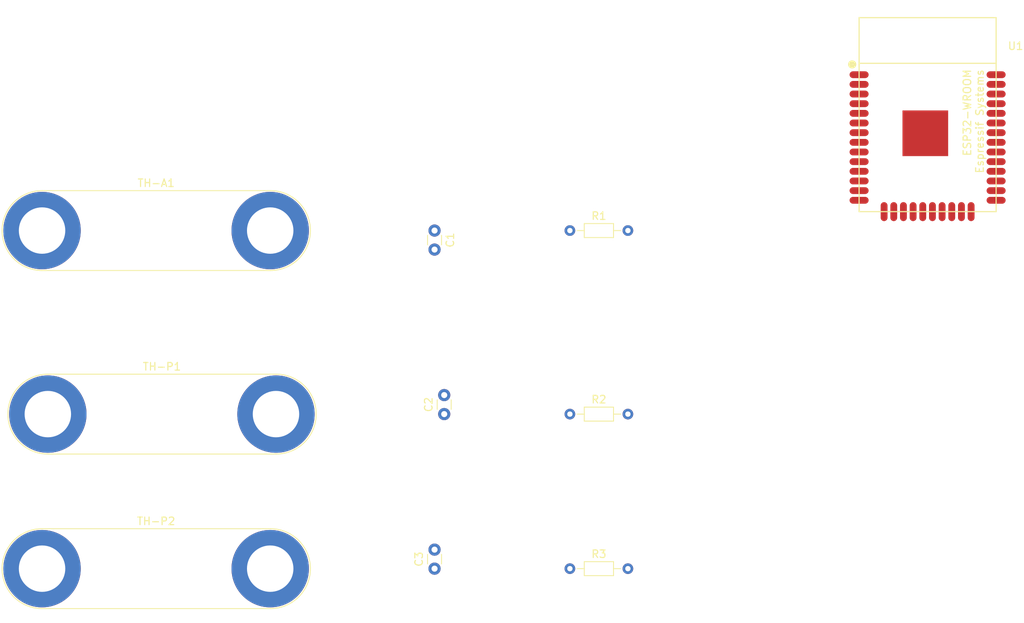
<source format=kicad_pcb>
(kicad_pcb (version 20171130) (host pcbnew "(5.1.9)-1")

  (general
    (thickness 1.6)
    (drawings 0)
    (tracks 0)
    (zones 0)
    (modules 10)
    (nets 6)
  )

  (page A4)
  (layers
    (0 F.Cu signal)
    (31 B.Cu signal)
    (32 B.Adhes user)
    (33 F.Adhes user)
    (34 B.Paste user)
    (35 F.Paste user)
    (36 B.SilkS user)
    (37 F.SilkS user)
    (38 B.Mask user)
    (39 F.Mask user)
    (40 Dwgs.User user)
    (41 Cmts.User user)
    (42 Eco1.User user)
    (43 Eco2.User user)
    (44 Edge.Cuts user)
    (45 Margin user)
    (46 B.CrtYd user)
    (47 F.CrtYd user)
    (48 B.Fab user)
    (49 F.Fab user)
  )

  (setup
    (last_trace_width 0.25)
    (trace_clearance 0.2)
    (zone_clearance 0.508)
    (zone_45_only no)
    (trace_min 0.2)
    (via_size 0.8)
    (via_drill 0.4)
    (via_min_size 0.4)
    (via_min_drill 0.3)
    (uvia_size 0.3)
    (uvia_drill 0.1)
    (uvias_allowed no)
    (uvia_min_size 0.2)
    (uvia_min_drill 0.1)
    (edge_width 0.05)
    (segment_width 0.2)
    (pcb_text_width 0.3)
    (pcb_text_size 1.5 1.5)
    (mod_edge_width 0.12)
    (mod_text_size 1 1)
    (mod_text_width 0.15)
    (pad_size 1.524 1.524)
    (pad_drill 0.762)
    (pad_to_mask_clearance 0)
    (aux_axis_origin 0 0)
    (visible_elements 7FFFFFFF)
    (pcbplotparams
      (layerselection 0x010fc_ffffffff)
      (usegerberextensions false)
      (usegerberattributes true)
      (usegerberadvancedattributes true)
      (creategerberjobfile true)
      (excludeedgelayer true)
      (linewidth 0.100000)
      (plotframeref false)
      (viasonmask false)
      (mode 1)
      (useauxorigin false)
      (hpglpennumber 1)
      (hpglpenspeed 20)
      (hpglpendiameter 15.000000)
      (psnegative false)
      (psa4output false)
      (plotreference true)
      (plotvalue true)
      (plotinvisibletext false)
      (padsonsilk false)
      (subtractmaskfromsilk false)
      (outputformat 1)
      (mirror false)
      (drillshape 1)
      (scaleselection 1)
      (outputdirectory ""))
  )

  (net 0 "")
  (net 1 "Net-(C1-Pad2)")
  (net 2 "Net-(C1-Pad1)")
  (net 3 "Net-(C2-Pad1)")
  (net 4 "Net-(C3-Pad1)")
  (net 5 "Net-(TH-A1-Pad1)")

  (net_class Default "This is the default net class."
    (clearance 0.2)
    (trace_width 0.25)
    (via_dia 0.8)
    (via_drill 0.4)
    (uvia_dia 0.3)
    (uvia_drill 0.1)
    (add_net "Net-(C1-Pad1)")
    (add_net "Net-(C1-Pad2)")
    (add_net "Net-(C2-Pad1)")
    (add_net "Net-(C3-Pad1)")
    (add_net "Net-(TH-A1-Pad1)")
    (add_net "Net-(U1-Pad10)")
    (add_net "Net-(U1-Pad11)")
    (add_net "Net-(U1-Pad12)")
    (add_net "Net-(U1-Pad13)")
    (add_net "Net-(U1-Pad14)")
    (add_net "Net-(U1-Pad15)")
    (add_net "Net-(U1-Pad16)")
    (add_net "Net-(U1-Pad17)")
    (add_net "Net-(U1-Pad18)")
    (add_net "Net-(U1-Pad19)")
    (add_net "Net-(U1-Pad20)")
    (add_net "Net-(U1-Pad21)")
    (add_net "Net-(U1-Pad22)")
    (add_net "Net-(U1-Pad23)")
    (add_net "Net-(U1-Pad24)")
    (add_net "Net-(U1-Pad25)")
    (add_net "Net-(U1-Pad26)")
    (add_net "Net-(U1-Pad27)")
    (add_net "Net-(U1-Pad28)")
    (add_net "Net-(U1-Pad29)")
    (add_net "Net-(U1-Pad3)")
    (add_net "Net-(U1-Pad30)")
    (add_net "Net-(U1-Pad31)")
    (add_net "Net-(U1-Pad32)")
    (add_net "Net-(U1-Pad33)")
    (add_net "Net-(U1-Pad34)")
    (add_net "Net-(U1-Pad35)")
    (add_net "Net-(U1-Pad36)")
    (add_net "Net-(U1-Pad37)")
    (add_net "Net-(U1-Pad38)")
    (add_net "Net-(U1-Pad39)")
    (add_net "Net-(U1-Pad4)")
    (add_net "Net-(U1-Pad5)")
    (add_net "Net-(U1-Pad9)")
  )

  (module esp32:ESP32-WROOM (layer F.Cu) (tedit 57D08EA8) (tstamp 6079F08A)
    (at 191.77 45.72 180)
    (path /607988C6)
    (fp_text reference U1 (at -11.557 9.017) (layer F.SilkS)
      (effects (font (size 1 1) (thickness 0.15)))
    )
    (fp_text value ESP32-WROOM (at 5.715 14.224) (layer F.Fab)
      (effects (font (size 1 1) (thickness 0.15)))
    )
    (fp_line (start -9 12.75) (end 9 12.75) (layer F.SilkS) (width 0.15))
    (fp_line (start -9 -12.75) (end 9 -12.75) (layer F.SilkS) (width 0.15))
    (fp_line (start -9 12.75) (end -9 -12.75) (layer F.SilkS) (width 0.15))
    (fp_line (start 9 12.75) (end 9 -12.75) (layer F.SilkS) (width 0.15))
    (fp_line (start -9 6.75) (end 9 6.75) (layer F.SilkS) (width 0.15))
    (fp_circle (center 9.906 6.604) (end 10.033 6.858) (layer F.SilkS) (width 0.5))
    (fp_text user ESP32-WROOM (at -5.207 0.254 90) (layer F.SilkS)
      (effects (font (size 1 1) (thickness 0.15)))
    )
    (fp_text user "Espressif Systems" (at -6.858 -0.889 90) (layer F.SilkS)
      (effects (font (size 1 1) (thickness 0.15)))
    )
    (pad 39 smd rect (at 0.3 -2.45 180) (size 6 6) (layers F.Cu F.Paste F.Mask))
    (pad 1 smd oval (at 9 5.25 180) (size 2.5 0.9) (layers F.Cu F.Paste F.Mask)
      (net 1 "Net-(C1-Pad2)"))
    (pad 2 smd oval (at 9 3.98 180) (size 2.5 0.9) (layers F.Cu F.Paste F.Mask)
      (net 5 "Net-(TH-A1-Pad1)"))
    (pad 3 smd oval (at 9 2.71 180) (size 2.5 0.9) (layers F.Cu F.Paste F.Mask))
    (pad 4 smd oval (at 9 1.44 180) (size 2.5 0.9) (layers F.Cu F.Paste F.Mask))
    (pad 5 smd oval (at 9 0.17 180) (size 2.5 0.9) (layers F.Cu F.Paste F.Mask))
    (pad 6 smd oval (at 9 -1.1 180) (size 2.5 0.9) (layers F.Cu F.Paste F.Mask)
      (net 2 "Net-(C1-Pad1)"))
    (pad 7 smd oval (at 9 -2.37 180) (size 2.5 0.9) (layers F.Cu F.Paste F.Mask)
      (net 3 "Net-(C2-Pad1)"))
    (pad 8 smd oval (at 9 -3.64 180) (size 2.5 0.9) (layers F.Cu F.Paste F.Mask)
      (net 4 "Net-(C3-Pad1)"))
    (pad 9 smd oval (at 9 -4.91 180) (size 2.5 0.9) (layers F.Cu F.Paste F.Mask))
    (pad 10 smd oval (at 9 -6.18 180) (size 2.5 0.9) (layers F.Cu F.Paste F.Mask))
    (pad 11 smd oval (at 9 -7.45 180) (size 2.5 0.9) (layers F.Cu F.Paste F.Mask))
    (pad 12 smd oval (at 9 -8.72 180) (size 2.5 0.9) (layers F.Cu F.Paste F.Mask))
    (pad 13 smd oval (at 9 -9.99 180) (size 2.5 0.9) (layers F.Cu F.Paste F.Mask))
    (pad 14 smd oval (at 9 -11.26 180) (size 2.5 0.9) (layers F.Cu F.Paste F.Mask))
    (pad 15 smd oval (at 5.715 -12.75 180) (size 0.9 2.5) (layers F.Cu F.Paste F.Mask))
    (pad 16 smd oval (at 4.445 -12.75 180) (size 0.9 2.5) (layers F.Cu F.Paste F.Mask))
    (pad 17 smd oval (at 3.175 -12.75 180) (size 0.9 2.5) (layers F.Cu F.Paste F.Mask))
    (pad 18 smd oval (at 1.905 -12.75 180) (size 0.9 2.5) (layers F.Cu F.Paste F.Mask))
    (pad 19 smd oval (at 0.635 -12.75 180) (size 0.9 2.5) (layers F.Cu F.Paste F.Mask))
    (pad 20 smd oval (at -0.635 -12.75 180) (size 0.9 2.5) (layers F.Cu F.Paste F.Mask))
    (pad 21 smd oval (at -1.905 -12.75 180) (size 0.9 2.5) (layers F.Cu F.Paste F.Mask))
    (pad 22 smd oval (at -3.175 -12.75 180) (size 0.9 2.5) (layers F.Cu F.Paste F.Mask))
    (pad 23 smd oval (at -4.445 -12.75 180) (size 0.9 2.5) (layers F.Cu F.Paste F.Mask))
    (pad 24 smd oval (at -5.715 -12.75 180) (size 0.9 2.5) (layers F.Cu F.Paste F.Mask))
    (pad 25 smd oval (at -9 -11.26 180) (size 2.5 0.9) (layers F.Cu F.Paste F.Mask))
    (pad 26 smd oval (at -9 -9.99 180) (size 2.5 0.9) (layers F.Cu F.Paste F.Mask))
    (pad 27 smd oval (at -9 -8.72 180) (size 2.5 0.9) (layers F.Cu F.Paste F.Mask))
    (pad 28 smd oval (at -9 -7.45 180) (size 2.5 0.9) (layers F.Cu F.Paste F.Mask))
    (pad 29 smd oval (at -9 -6.18 180) (size 2.5 0.9) (layers F.Cu F.Paste F.Mask))
    (pad 30 smd oval (at -9 -4.91 180) (size 2.5 0.9) (layers F.Cu F.Paste F.Mask))
    (pad 31 smd oval (at -9 -3.64 180) (size 2.5 0.9) (layers F.Cu F.Paste F.Mask))
    (pad 32 smd oval (at -9 -2.37 180) (size 2.5 0.9) (layers F.Cu F.Paste F.Mask))
    (pad 33 smd oval (at -9 -1.1 180) (size 2.5 0.9) (layers F.Cu F.Paste F.Mask))
    (pad 34 smd oval (at -9 0.17 180) (size 2.5 0.9) (layers F.Cu F.Paste F.Mask))
    (pad 35 smd oval (at -9 1.44 180) (size 2.5 0.9) (layers F.Cu F.Paste F.Mask))
    (pad 36 smd oval (at -9 2.71 180) (size 2.5 0.9) (layers F.Cu F.Paste F.Mask))
    (pad 37 smd oval (at -9 3.98 180) (size 2.5 0.9) (layers F.Cu F.Paste F.Mask))
    (pad 38 smd oval (at -9 5.25 180) (size 2.5 0.9) (layers F.Cu F.Paste F.Mask))
  )

  (module Connector:Banana_Jack_2Pin (layer F.Cu) (tedit 5A1AB217) (tstamp 6079E15E)
    (at 75.44 105.41)
    (descr "Dual banana socket, footprint - 2 x 6mm drills")
    (tags "banana socket")
    (path /60796341)
    (fp_text reference TH-P2 (at 14.985 -6.24) (layer F.SilkS)
      (effects (font (size 1 1) (thickness 0.15)))
    )
    (fp_text value Thermistor (at 14.985 6.29) (layer F.Fab)
      (effects (font (size 1 1) (thickness 0.15)))
    )
    (fp_circle (center 30 0) (end 34.75 0) (layer F.Fab) (width 0.1))
    (fp_circle (center 0 0) (end 4.75 0) (layer F.Fab) (width 0.1))
    (fp_circle (center 0 0) (end 2 0) (layer F.Fab) (width 0.1))
    (fp_circle (center 30 0) (end 32 0) (layer F.Fab) (width 0.1))
    (fp_line (start 30 -5.25) (end 0 -5.25) (layer F.SilkS) (width 0.12))
    (fp_line (start 0 5.25) (end 30 5.25) (layer F.SilkS) (width 0.12))
    (fp_line (start 0 5.5) (end 30 5.5) (layer F.CrtYd) (width 0.05))
    (fp_line (start 30 -5.5) (end 0 -5.5) (layer F.CrtYd) (width 0.05))
    (fp_arc (start 0 0) (end 0 5.25) (angle 180) (layer F.SilkS) (width 0.12))
    (fp_arc (start 30 0) (end 30 -5.25) (angle 180) (layer F.SilkS) (width 0.12))
    (fp_arc (start 30 0) (end 30 -5.5) (angle 180) (layer F.CrtYd) (width 0.05))
    (fp_arc (start 0 0) (end 0 5.5) (angle 180) (layer F.CrtYd) (width 0.05))
    (fp_text user %R (at 14.985 0) (layer F.Fab)
      (effects (font (size 1 1) (thickness 0.15)))
    )
    (pad 2 thru_hole circle (at 29.97 0) (size 10.16 10.16) (drill 6.1) (layers *.Cu *.Mask)
      (net 4 "Net-(C3-Pad1)"))
    (pad 1 thru_hole circle (at 0 0) (size 10.16 10.16) (drill 6.1) (layers *.Cu *.Mask)
      (net 5 "Net-(TH-A1-Pad1)"))
    (model ${KISYS3DMOD}/Connector.3dshapes/Banana_Jack_2Pin.wrl
      (offset (xyz 14.98599977493286 0 0))
      (scale (xyz 2 2 2))
      (rotate (xyz 0 0 0))
    )
  )

  (module Connector:Banana_Jack_2Pin (layer F.Cu) (tedit 5A1AB217) (tstamp 6079E14B)
    (at 76.2 85.09)
    (descr "Dual banana socket, footprint - 2 x 6mm drills")
    (tags "banana socket")
    (path /60795372)
    (fp_text reference TH-P1 (at 14.985 -6.24) (layer F.SilkS)
      (effects (font (size 1 1) (thickness 0.15)))
    )
    (fp_text value Thermistor (at 14.985 6.29) (layer F.Fab)
      (effects (font (size 1 1) (thickness 0.15)))
    )
    (fp_circle (center 30 0) (end 34.75 0) (layer F.Fab) (width 0.1))
    (fp_circle (center 0 0) (end 4.75 0) (layer F.Fab) (width 0.1))
    (fp_circle (center 0 0) (end 2 0) (layer F.Fab) (width 0.1))
    (fp_circle (center 30 0) (end 32 0) (layer F.Fab) (width 0.1))
    (fp_line (start 30 -5.25) (end 0 -5.25) (layer F.SilkS) (width 0.12))
    (fp_line (start 0 5.25) (end 30 5.25) (layer F.SilkS) (width 0.12))
    (fp_line (start 0 5.5) (end 30 5.5) (layer F.CrtYd) (width 0.05))
    (fp_line (start 30 -5.5) (end 0 -5.5) (layer F.CrtYd) (width 0.05))
    (fp_arc (start 0 0) (end 0 5.25) (angle 180) (layer F.SilkS) (width 0.12))
    (fp_arc (start 30 0) (end 30 -5.25) (angle 180) (layer F.SilkS) (width 0.12))
    (fp_arc (start 30 0) (end 30 -5.5) (angle 180) (layer F.CrtYd) (width 0.05))
    (fp_arc (start 0 0) (end 0 5.5) (angle 180) (layer F.CrtYd) (width 0.05))
    (fp_text user %R (at 14.985 0) (layer F.Fab)
      (effects (font (size 1 1) (thickness 0.15)))
    )
    (pad 2 thru_hole circle (at 29.97 0) (size 10.16 10.16) (drill 6.1) (layers *.Cu *.Mask)
      (net 3 "Net-(C2-Pad1)"))
    (pad 1 thru_hole circle (at 0 0) (size 10.16 10.16) (drill 6.1) (layers *.Cu *.Mask)
      (net 5 "Net-(TH-A1-Pad1)"))
    (model ${KISYS3DMOD}/Connector.3dshapes/Banana_Jack_2Pin.wrl
      (offset (xyz 14.98599977493286 0 0))
      (scale (xyz 2 2 2))
      (rotate (xyz 0 0 0))
    )
  )

  (module Connector:Banana_Jack_2Pin (layer F.Cu) (tedit 5A1AB217) (tstamp 6079E138)
    (at 75.44 60.96)
    (descr "Dual banana socket, footprint - 2 x 6mm drills")
    (tags "banana socket")
    (path /6078632B)
    (fp_text reference TH-A1 (at 14.985 -6.24) (layer F.SilkS)
      (effects (font (size 1 1) (thickness 0.15)))
    )
    (fp_text value Thermistor (at 14.985 6.29) (layer F.Fab)
      (effects (font (size 1 1) (thickness 0.15)))
    )
    (fp_circle (center 30 0) (end 34.75 0) (layer F.Fab) (width 0.1))
    (fp_circle (center 0 0) (end 4.75 0) (layer F.Fab) (width 0.1))
    (fp_circle (center 0 0) (end 2 0) (layer F.Fab) (width 0.1))
    (fp_circle (center 30 0) (end 32 0) (layer F.Fab) (width 0.1))
    (fp_line (start 30 -5.25) (end 0 -5.25) (layer F.SilkS) (width 0.12))
    (fp_line (start 0 5.25) (end 30 5.25) (layer F.SilkS) (width 0.12))
    (fp_line (start 0 5.5) (end 30 5.5) (layer F.CrtYd) (width 0.05))
    (fp_line (start 30 -5.5) (end 0 -5.5) (layer F.CrtYd) (width 0.05))
    (fp_arc (start 0 0) (end 0 5.25) (angle 180) (layer F.SilkS) (width 0.12))
    (fp_arc (start 30 0) (end 30 -5.25) (angle 180) (layer F.SilkS) (width 0.12))
    (fp_arc (start 30 0) (end 30 -5.5) (angle 180) (layer F.CrtYd) (width 0.05))
    (fp_arc (start 0 0) (end 0 5.5) (angle 180) (layer F.CrtYd) (width 0.05))
    (fp_text user %R (at 14.985 0) (layer F.Fab)
      (effects (font (size 1 1) (thickness 0.15)))
    )
    (pad 2 thru_hole circle (at 29.97 0) (size 10.16 10.16) (drill 6.1) (layers *.Cu *.Mask)
      (net 2 "Net-(C1-Pad1)"))
    (pad 1 thru_hole circle (at 0 0) (size 10.16 10.16) (drill 6.1) (layers *.Cu *.Mask)
      (net 5 "Net-(TH-A1-Pad1)"))
    (model ${KISYS3DMOD}/Connector.3dshapes/Banana_Jack_2Pin.wrl
      (offset (xyz 14.98599977493286 0 0))
      (scale (xyz 2 2 2))
      (rotate (xyz 0 0 0))
    )
  )

  (module Resistor_THT:R_Axial_DIN0204_L3.6mm_D1.6mm_P7.62mm_Horizontal (layer F.Cu) (tedit 5AE5139B) (tstamp 6079E125)
    (at 144.78 105.41)
    (descr "Resistor, Axial_DIN0204 series, Axial, Horizontal, pin pitch=7.62mm, 0.167W, length*diameter=3.6*1.6mm^2, http://cdn-reichelt.de/documents/datenblatt/B400/1_4W%23YAG.pdf")
    (tags "Resistor Axial_DIN0204 series Axial Horizontal pin pitch 7.62mm 0.167W length 3.6mm diameter 1.6mm")
    (path /60796349)
    (fp_text reference R3 (at 3.81 -1.92) (layer F.SilkS)
      (effects (font (size 1 1) (thickness 0.15)))
    )
    (fp_text value 25k (at 3.81 1.92) (layer F.Fab)
      (effects (font (size 1 1) (thickness 0.15)))
    )
    (fp_line (start 8.57 -1.05) (end -0.95 -1.05) (layer F.CrtYd) (width 0.05))
    (fp_line (start 8.57 1.05) (end 8.57 -1.05) (layer F.CrtYd) (width 0.05))
    (fp_line (start -0.95 1.05) (end 8.57 1.05) (layer F.CrtYd) (width 0.05))
    (fp_line (start -0.95 -1.05) (end -0.95 1.05) (layer F.CrtYd) (width 0.05))
    (fp_line (start 6.68 0) (end 5.73 0) (layer F.SilkS) (width 0.12))
    (fp_line (start 0.94 0) (end 1.89 0) (layer F.SilkS) (width 0.12))
    (fp_line (start 5.73 -0.92) (end 1.89 -0.92) (layer F.SilkS) (width 0.12))
    (fp_line (start 5.73 0.92) (end 5.73 -0.92) (layer F.SilkS) (width 0.12))
    (fp_line (start 1.89 0.92) (end 5.73 0.92) (layer F.SilkS) (width 0.12))
    (fp_line (start 1.89 -0.92) (end 1.89 0.92) (layer F.SilkS) (width 0.12))
    (fp_line (start 7.62 0) (end 5.61 0) (layer F.Fab) (width 0.1))
    (fp_line (start 0 0) (end 2.01 0) (layer F.Fab) (width 0.1))
    (fp_line (start 5.61 -0.8) (end 2.01 -0.8) (layer F.Fab) (width 0.1))
    (fp_line (start 5.61 0.8) (end 5.61 -0.8) (layer F.Fab) (width 0.1))
    (fp_line (start 2.01 0.8) (end 5.61 0.8) (layer F.Fab) (width 0.1))
    (fp_line (start 2.01 -0.8) (end 2.01 0.8) (layer F.Fab) (width 0.1))
    (fp_text user %R (at 3.81 0) (layer F.Fab)
      (effects (font (size 0.72 0.72) (thickness 0.108)))
    )
    (pad 2 thru_hole oval (at 7.62 0) (size 1.4 1.4) (drill 0.7) (layers *.Cu *.Mask)
      (net 1 "Net-(C1-Pad2)"))
    (pad 1 thru_hole circle (at 0 0) (size 1.4 1.4) (drill 0.7) (layers *.Cu *.Mask)
      (net 4 "Net-(C3-Pad1)"))
    (model ${KISYS3DMOD}/Resistor_THT.3dshapes/R_Axial_DIN0204_L3.6mm_D1.6mm_P7.62mm_Horizontal.wrl
      (at (xyz 0 0 0))
      (scale (xyz 1 1 1))
      (rotate (xyz 0 0 0))
    )
  )

  (module Resistor_THT:R_Axial_DIN0204_L3.6mm_D1.6mm_P7.62mm_Horizontal (layer F.Cu) (tedit 5AE5139B) (tstamp 6079E10E)
    (at 144.78 85.09)
    (descr "Resistor, Axial_DIN0204 series, Axial, Horizontal, pin pitch=7.62mm, 0.167W, length*diameter=3.6*1.6mm^2, http://cdn-reichelt.de/documents/datenblatt/B400/1_4W%23YAG.pdf")
    (tags "Resistor Axial_DIN0204 series Axial Horizontal pin pitch 7.62mm 0.167W length 3.6mm diameter 1.6mm")
    (path /6079537A)
    (fp_text reference R2 (at 3.81 -1.92) (layer F.SilkS)
      (effects (font (size 1 1) (thickness 0.15)))
    )
    (fp_text value 25k (at 3.81 1.92) (layer F.Fab)
      (effects (font (size 1 1) (thickness 0.15)))
    )
    (fp_line (start 8.57 -1.05) (end -0.95 -1.05) (layer F.CrtYd) (width 0.05))
    (fp_line (start 8.57 1.05) (end 8.57 -1.05) (layer F.CrtYd) (width 0.05))
    (fp_line (start -0.95 1.05) (end 8.57 1.05) (layer F.CrtYd) (width 0.05))
    (fp_line (start -0.95 -1.05) (end -0.95 1.05) (layer F.CrtYd) (width 0.05))
    (fp_line (start 6.68 0) (end 5.73 0) (layer F.SilkS) (width 0.12))
    (fp_line (start 0.94 0) (end 1.89 0) (layer F.SilkS) (width 0.12))
    (fp_line (start 5.73 -0.92) (end 1.89 -0.92) (layer F.SilkS) (width 0.12))
    (fp_line (start 5.73 0.92) (end 5.73 -0.92) (layer F.SilkS) (width 0.12))
    (fp_line (start 1.89 0.92) (end 5.73 0.92) (layer F.SilkS) (width 0.12))
    (fp_line (start 1.89 -0.92) (end 1.89 0.92) (layer F.SilkS) (width 0.12))
    (fp_line (start 7.62 0) (end 5.61 0) (layer F.Fab) (width 0.1))
    (fp_line (start 0 0) (end 2.01 0) (layer F.Fab) (width 0.1))
    (fp_line (start 5.61 -0.8) (end 2.01 -0.8) (layer F.Fab) (width 0.1))
    (fp_line (start 5.61 0.8) (end 5.61 -0.8) (layer F.Fab) (width 0.1))
    (fp_line (start 2.01 0.8) (end 5.61 0.8) (layer F.Fab) (width 0.1))
    (fp_line (start 2.01 -0.8) (end 2.01 0.8) (layer F.Fab) (width 0.1))
    (fp_text user %R (at 3.81 0) (layer F.Fab)
      (effects (font (size 0.72 0.72) (thickness 0.108)))
    )
    (pad 2 thru_hole oval (at 7.62 0) (size 1.4 1.4) (drill 0.7) (layers *.Cu *.Mask)
      (net 1 "Net-(C1-Pad2)"))
    (pad 1 thru_hole circle (at 0 0) (size 1.4 1.4) (drill 0.7) (layers *.Cu *.Mask)
      (net 3 "Net-(C2-Pad1)"))
    (model ${KISYS3DMOD}/Resistor_THT.3dshapes/R_Axial_DIN0204_L3.6mm_D1.6mm_P7.62mm_Horizontal.wrl
      (at (xyz 0 0 0))
      (scale (xyz 1 1 1))
      (rotate (xyz 0 0 0))
    )
  )

  (module Resistor_THT:R_Axial_DIN0204_L3.6mm_D1.6mm_P7.62mm_Horizontal (layer F.Cu) (tedit 5AE5139B) (tstamp 6079E0F7)
    (at 144.78 60.96)
    (descr "Resistor, Axial_DIN0204 series, Axial, Horizontal, pin pitch=7.62mm, 0.167W, length*diameter=3.6*1.6mm^2, http://cdn-reichelt.de/documents/datenblatt/B400/1_4W%23YAG.pdf")
    (tags "Resistor Axial_DIN0204 series Axial Horizontal pin pitch 7.62mm 0.167W length 3.6mm diameter 1.6mm")
    (path /6078E346)
    (fp_text reference R1 (at 3.81 -1.92) (layer F.SilkS)
      (effects (font (size 1 1) (thickness 0.15)))
    )
    (fp_text value 1k (at 3.81 1.92) (layer F.Fab)
      (effects (font (size 1 1) (thickness 0.15)))
    )
    (fp_line (start 8.57 -1.05) (end -0.95 -1.05) (layer F.CrtYd) (width 0.05))
    (fp_line (start 8.57 1.05) (end 8.57 -1.05) (layer F.CrtYd) (width 0.05))
    (fp_line (start -0.95 1.05) (end 8.57 1.05) (layer F.CrtYd) (width 0.05))
    (fp_line (start -0.95 -1.05) (end -0.95 1.05) (layer F.CrtYd) (width 0.05))
    (fp_line (start 6.68 0) (end 5.73 0) (layer F.SilkS) (width 0.12))
    (fp_line (start 0.94 0) (end 1.89 0) (layer F.SilkS) (width 0.12))
    (fp_line (start 5.73 -0.92) (end 1.89 -0.92) (layer F.SilkS) (width 0.12))
    (fp_line (start 5.73 0.92) (end 5.73 -0.92) (layer F.SilkS) (width 0.12))
    (fp_line (start 1.89 0.92) (end 5.73 0.92) (layer F.SilkS) (width 0.12))
    (fp_line (start 1.89 -0.92) (end 1.89 0.92) (layer F.SilkS) (width 0.12))
    (fp_line (start 7.62 0) (end 5.61 0) (layer F.Fab) (width 0.1))
    (fp_line (start 0 0) (end 2.01 0) (layer F.Fab) (width 0.1))
    (fp_line (start 5.61 -0.8) (end 2.01 -0.8) (layer F.Fab) (width 0.1))
    (fp_line (start 5.61 0.8) (end 5.61 -0.8) (layer F.Fab) (width 0.1))
    (fp_line (start 2.01 0.8) (end 5.61 0.8) (layer F.Fab) (width 0.1))
    (fp_line (start 2.01 -0.8) (end 2.01 0.8) (layer F.Fab) (width 0.1))
    (fp_text user %R (at 3.81 0) (layer F.Fab)
      (effects (font (size 0.72 0.72) (thickness 0.108)))
    )
    (pad 2 thru_hole oval (at 7.62 0) (size 1.4 1.4) (drill 0.7) (layers *.Cu *.Mask)
      (net 1 "Net-(C1-Pad2)"))
    (pad 1 thru_hole circle (at 0 0) (size 1.4 1.4) (drill 0.7) (layers *.Cu *.Mask)
      (net 2 "Net-(C1-Pad1)"))
    (model ${KISYS3DMOD}/Resistor_THT.3dshapes/R_Axial_DIN0204_L3.6mm_D1.6mm_P7.62mm_Horizontal.wrl
      (at (xyz 0 0 0))
      (scale (xyz 1 1 1))
      (rotate (xyz 0 0 0))
    )
  )

  (module Capacitor_THT:C_Disc_D3.0mm_W1.6mm_P2.50mm (layer F.Cu) (tedit 5AE50EF0) (tstamp 6079E0E0)
    (at 127 105.41 90)
    (descr "C, Disc series, Radial, pin pitch=2.50mm, , diameter*width=3.0*1.6mm^2, Capacitor, http://www.vishay.com/docs/45233/krseries.pdf")
    (tags "C Disc series Radial pin pitch 2.50mm  diameter 3.0mm width 1.6mm Capacitor")
    (path /6079633B)
    (fp_text reference C3 (at 1.25 -2.05 90) (layer F.SilkS)
      (effects (font (size 1 1) (thickness 0.15)))
    )
    (fp_text value 0.1uF (at 1.25 2.05 90) (layer F.Fab)
      (effects (font (size 1 1) (thickness 0.15)))
    )
    (fp_line (start 3.55 -1.05) (end -1.05 -1.05) (layer F.CrtYd) (width 0.05))
    (fp_line (start 3.55 1.05) (end 3.55 -1.05) (layer F.CrtYd) (width 0.05))
    (fp_line (start -1.05 1.05) (end 3.55 1.05) (layer F.CrtYd) (width 0.05))
    (fp_line (start -1.05 -1.05) (end -1.05 1.05) (layer F.CrtYd) (width 0.05))
    (fp_line (start 0.621 0.92) (end 1.879 0.92) (layer F.SilkS) (width 0.12))
    (fp_line (start 0.621 -0.92) (end 1.879 -0.92) (layer F.SilkS) (width 0.12))
    (fp_line (start 2.75 -0.8) (end -0.25 -0.8) (layer F.Fab) (width 0.1))
    (fp_line (start 2.75 0.8) (end 2.75 -0.8) (layer F.Fab) (width 0.1))
    (fp_line (start -0.25 0.8) (end 2.75 0.8) (layer F.Fab) (width 0.1))
    (fp_line (start -0.25 -0.8) (end -0.25 0.8) (layer F.Fab) (width 0.1))
    (fp_text user %R (at 1.25 0 90) (layer F.Fab)
      (effects (font (size 0.6 0.6) (thickness 0.09)))
    )
    (pad 2 thru_hole circle (at 2.5 0 90) (size 1.6 1.6) (drill 0.8) (layers *.Cu *.Mask)
      (net 1 "Net-(C1-Pad2)"))
    (pad 1 thru_hole circle (at 0 0 90) (size 1.6 1.6) (drill 0.8) (layers *.Cu *.Mask)
      (net 4 "Net-(C3-Pad1)"))
    (model ${KISYS3DMOD}/Capacitor_THT.3dshapes/C_Disc_D3.0mm_W1.6mm_P2.50mm.wrl
      (at (xyz 0 0 0))
      (scale (xyz 1 1 1))
      (rotate (xyz 0 0 0))
    )
  )

  (module Capacitor_THT:C_Disc_D3.0mm_W1.6mm_P2.50mm (layer F.Cu) (tedit 5AE50EF0) (tstamp 6079E0CF)
    (at 128.27 85.09 90)
    (descr "C, Disc series, Radial, pin pitch=2.50mm, , diameter*width=3.0*1.6mm^2, Capacitor, http://www.vishay.com/docs/45233/krseries.pdf")
    (tags "C Disc series Radial pin pitch 2.50mm  diameter 3.0mm width 1.6mm Capacitor")
    (path /6079F8A7)
    (fp_text reference C2 (at 1.25 -2.05 90) (layer F.SilkS)
      (effects (font (size 1 1) (thickness 0.15)))
    )
    (fp_text value 0.1uF (at 1.25 2.05 90) (layer F.Fab)
      (effects (font (size 1 1) (thickness 0.15)))
    )
    (fp_line (start 3.55 -1.05) (end -1.05 -1.05) (layer F.CrtYd) (width 0.05))
    (fp_line (start 3.55 1.05) (end 3.55 -1.05) (layer F.CrtYd) (width 0.05))
    (fp_line (start -1.05 1.05) (end 3.55 1.05) (layer F.CrtYd) (width 0.05))
    (fp_line (start -1.05 -1.05) (end -1.05 1.05) (layer F.CrtYd) (width 0.05))
    (fp_line (start 0.621 0.92) (end 1.879 0.92) (layer F.SilkS) (width 0.12))
    (fp_line (start 0.621 -0.92) (end 1.879 -0.92) (layer F.SilkS) (width 0.12))
    (fp_line (start 2.75 -0.8) (end -0.25 -0.8) (layer F.Fab) (width 0.1))
    (fp_line (start 2.75 0.8) (end 2.75 -0.8) (layer F.Fab) (width 0.1))
    (fp_line (start -0.25 0.8) (end 2.75 0.8) (layer F.Fab) (width 0.1))
    (fp_line (start -0.25 -0.8) (end -0.25 0.8) (layer F.Fab) (width 0.1))
    (fp_text user %R (at 1.25 0 90) (layer F.Fab)
      (effects (font (size 0.6 0.6) (thickness 0.09)))
    )
    (pad 2 thru_hole circle (at 2.5 0 90) (size 1.6 1.6) (drill 0.8) (layers *.Cu *.Mask)
      (net 1 "Net-(C1-Pad2)"))
    (pad 1 thru_hole circle (at 0 0 90) (size 1.6 1.6) (drill 0.8) (layers *.Cu *.Mask)
      (net 3 "Net-(C2-Pad1)"))
    (model ${KISYS3DMOD}/Capacitor_THT.3dshapes/C_Disc_D3.0mm_W1.6mm_P2.50mm.wrl
      (at (xyz 0 0 0))
      (scale (xyz 1 1 1))
      (rotate (xyz 0 0 0))
    )
  )

  (module Capacitor_THT:C_Disc_D3.0mm_W1.6mm_P2.50mm (layer F.Cu) (tedit 5AE50EF0) (tstamp 6079E0BE)
    (at 127 60.96 270)
    (descr "C, Disc series, Radial, pin pitch=2.50mm, , diameter*width=3.0*1.6mm^2, Capacitor, http://www.vishay.com/docs/45233/krseries.pdf")
    (tags "C Disc series Radial pin pitch 2.50mm  diameter 3.0mm width 1.6mm Capacitor")
    (path /60817F0F)
    (fp_text reference C1 (at 1.25 -2.05 90) (layer F.SilkS)
      (effects (font (size 1 1) (thickness 0.15)))
    )
    (fp_text value 0.1uF (at 1.25 2.05 90) (layer F.Fab)
      (effects (font (size 1 1) (thickness 0.15)))
    )
    (fp_line (start 3.55 -1.05) (end -1.05 -1.05) (layer F.CrtYd) (width 0.05))
    (fp_line (start 3.55 1.05) (end 3.55 -1.05) (layer F.CrtYd) (width 0.05))
    (fp_line (start -1.05 1.05) (end 3.55 1.05) (layer F.CrtYd) (width 0.05))
    (fp_line (start -1.05 -1.05) (end -1.05 1.05) (layer F.CrtYd) (width 0.05))
    (fp_line (start 0.621 0.92) (end 1.879 0.92) (layer F.SilkS) (width 0.12))
    (fp_line (start 0.621 -0.92) (end 1.879 -0.92) (layer F.SilkS) (width 0.12))
    (fp_line (start 2.75 -0.8) (end -0.25 -0.8) (layer F.Fab) (width 0.1))
    (fp_line (start 2.75 0.8) (end 2.75 -0.8) (layer F.Fab) (width 0.1))
    (fp_line (start -0.25 0.8) (end 2.75 0.8) (layer F.Fab) (width 0.1))
    (fp_line (start -0.25 -0.8) (end -0.25 0.8) (layer F.Fab) (width 0.1))
    (fp_text user %R (at 1.25 0 90) (layer F.Fab)
      (effects (font (size 0.6 0.6) (thickness 0.09)))
    )
    (pad 2 thru_hole circle (at 2.5 0 270) (size 1.6 1.6) (drill 0.8) (layers *.Cu *.Mask)
      (net 1 "Net-(C1-Pad2)"))
    (pad 1 thru_hole circle (at 0 0 270) (size 1.6 1.6) (drill 0.8) (layers *.Cu *.Mask)
      (net 2 "Net-(C1-Pad1)"))
    (model ${KISYS3DMOD}/Capacitor_THT.3dshapes/C_Disc_D3.0mm_W1.6mm_P2.50mm.wrl
      (at (xyz 0 0 0))
      (scale (xyz 1 1 1))
      (rotate (xyz 0 0 0))
    )
  )

)

</source>
